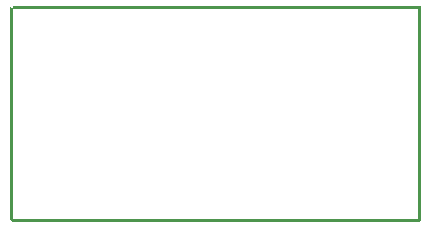
<source format=gbr>
G04 ===== Begin FILE IDENTIFICATION =====*
G04 File Format:  Gerber RS274X*
G04 ===== End FILE IDENTIFICATION =====*
%FSLAX24Y24*%
%MOMM*%
%SFA1.0000B1.0000*%
%OFA0.0B0.0*%
%ADD10C,0.025000*%
%LNprofile*%
%IPPOS*%
%LPD*%
G75*
G36*
G01X11430Y332740D02*
G01Y152400D01*
G03X12700Y151130I1270J0D01*
G01X358140D01*
G03X359410Y152400I0J1270D01*
G01Y332740D01*
G03X358140Y334010I-1270J0D01*
G01X12700D01*
G03Y331470I0J-1270D01*
G01X356870D01*
G01Y153670D01*
G01X13970D01*
G01Y332740D01*
G03X11430I-1270J0D01*
G37*
M02*


</source>
